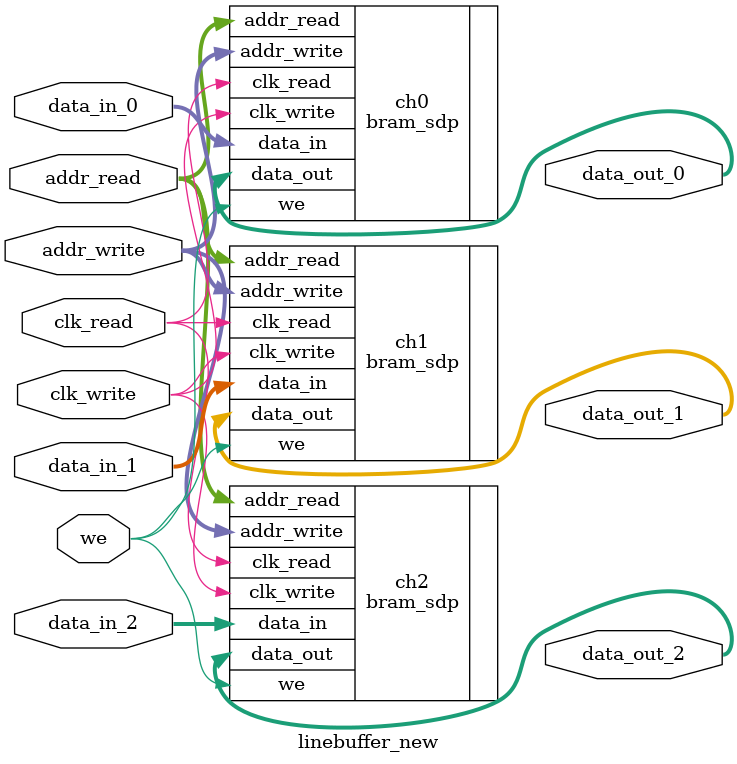
<source format=sv>

`default_nettype none
`timescale 1ns / 1ps

module linebuffer_new #(
    parameter WIDTH=8,              // data width per channel
    parameter DEPTH=2048,           // length of line
    parameter ADDRW=$clog2(DEPTH)   // address width
    ) (
    input  wire logic clk_write,
    input  wire logic clk_read, 
    input  wire logic we,
    input  wire logic [ADDRW-1:0] addr_write,
    input  wire logic [ADDRW-1:0] addr_read,
    input  wire logic [WIDTH-1:0] data_in_0, data_in_1, data_in_2,
    output      logic [WIDTH-1:0] data_out_0, data_out_1, data_out_2
    );

    // channel 0
    bram_sdp #(.WIDTH(WIDTH), .DEPTH(DEPTH)) ch0 (
        .clk_write,
        .clk_read,
        .we,
        .addr_write,
        .addr_read,
        .data_in(data_in_0),
        .data_out(data_out_0)
    );

    // channel 1
    bram_sdp #(.WIDTH(WIDTH), .DEPTH(DEPTH)) ch1 (
        .clk_write,
        .clk_read,
        .we,
        .addr_write,
        .addr_read,
        .data_in(data_in_1),
        .data_out(data_out_1)
    );

    // channel 2
    bram_sdp #(.WIDTH(WIDTH), .DEPTH(DEPTH)) ch2 (
        .clk_write,
        .clk_read,
        .we,
        .addr_write,
        .addr_read,
        .data_in(data_in_2),
        .data_out(data_out_2)
    );
endmodule

</source>
